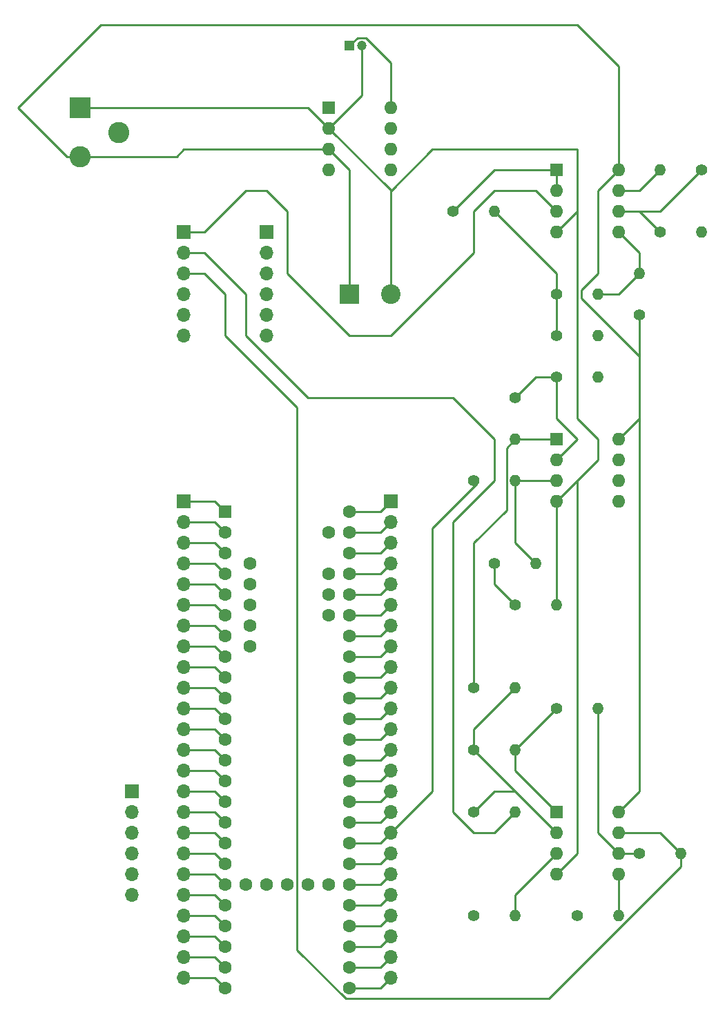
<source format=gbr>
%TF.GenerationSoftware,KiCad,Pcbnew,(5.1.10)-1*%
%TF.CreationDate,2021-10-06T15:46:29-04:00*%
%TF.ProjectId,dynamic clamp pcb,64796e61-6d69-4632-9063-6c616d702070,rev?*%
%TF.SameCoordinates,Original*%
%TF.FileFunction,Copper,L1,Top*%
%TF.FilePolarity,Positive*%
%FSLAX46Y46*%
G04 Gerber Fmt 4.6, Leading zero omitted, Abs format (unit mm)*
G04 Created by KiCad (PCBNEW (5.1.10)-1) date 2021-10-06 15:46:29*
%MOMM*%
%LPD*%
G01*
G04 APERTURE LIST*
%TA.AperFunction,ComponentPad*%
%ADD10R,2.600000X2.600000*%
%TD*%
%TA.AperFunction,ComponentPad*%
%ADD11C,2.600000*%
%TD*%
%TA.AperFunction,ComponentPad*%
%ADD12R,2.400000X2.400000*%
%TD*%
%TA.AperFunction,ComponentPad*%
%ADD13C,2.400000*%
%TD*%
%TA.AperFunction,ComponentPad*%
%ADD14R,1.200000X1.200000*%
%TD*%
%TA.AperFunction,ComponentPad*%
%ADD15C,1.200000*%
%TD*%
%TA.AperFunction,ComponentPad*%
%ADD16R,1.700000X1.700000*%
%TD*%
%TA.AperFunction,ComponentPad*%
%ADD17O,1.700000X1.700000*%
%TD*%
%TA.AperFunction,ComponentPad*%
%ADD18O,1.400000X1.400000*%
%TD*%
%TA.AperFunction,ComponentPad*%
%ADD19C,1.400000*%
%TD*%
%TA.AperFunction,ComponentPad*%
%ADD20R,1.600000X1.600000*%
%TD*%
%TA.AperFunction,ComponentPad*%
%ADD21O,1.600000X1.600000*%
%TD*%
%TA.AperFunction,ComponentPad*%
%ADD22C,1.600000*%
%TD*%
%TA.AperFunction,Conductor*%
%ADD23C,0.250000*%
%TD*%
G04 APERTURE END LIST*
D10*
%TO.P,J2,1*%
%TO.N,-9V*%
X48260000Y-35560000D03*
D11*
%TO.P,J2,2*%
%TO.N,+9V*%
X48260000Y-41560000D03*
%TO.P,J2,3*%
%TO.N,N/C*%
X52960000Y-38560000D03*
%TD*%
D12*
%TO.P,C1,1*%
%TO.N,+9V*%
X81280000Y-58420000D03*
D13*
%TO.P,C1,2*%
%TO.N,-9V*%
X86280000Y-58420000D03*
%TD*%
D14*
%TO.P,C2,1*%
%TO.N,Net-(C2-Pad1)*%
X81280000Y-27940000D03*
D15*
%TO.P,C2,2*%
%TO.N,-9V*%
X82780000Y-27940000D03*
%TD*%
D16*
%TO.P,J1,1*%
%TO.N,0*%
X54610000Y-119380000D03*
D17*
%TO.P,J1,2*%
X54610000Y-121920000D03*
%TO.P,J1,3*%
X54610000Y-124460000D03*
%TO.P,J1,4*%
X54610000Y-127000000D03*
%TO.P,J1,5*%
X54610000Y-129540000D03*
%TO.P,J1,6*%
X54610000Y-132080000D03*
%TD*%
D16*
%TO.P,J4,1*%
%TO.N,Net-(J4-Pad1)*%
X60960000Y-50800000D03*
D17*
%TO.P,J4,2*%
%TO.N,Net-(J4-Pad2)*%
X60960000Y-53340000D03*
%TO.P,J4,3*%
%TO.N,Net-(J4-Pad3)*%
X60960000Y-55880000D03*
%TO.P,J4,4*%
%TO.N,Net-(J4-Pad4)*%
X60960000Y-58420000D03*
%TO.P,J4,5*%
%TO.N,N/C*%
X60960000Y-60960000D03*
%TO.P,J4,6*%
X60960000Y-63500000D03*
%TD*%
%TO.P,J6,24*%
%TO.N,Net-(J6-Pad24)*%
X60960000Y-142240000D03*
%TO.P,J6,23*%
%TO.N,Net-(J6-Pad23)*%
X60960000Y-139700000D03*
%TO.P,J6,22*%
%TO.N,Net-(J6-Pad22)*%
X60960000Y-137160000D03*
%TO.P,J6,21*%
%TO.N,Net-(J6-Pad21)*%
X60960000Y-134620000D03*
%TO.P,J6,20*%
%TO.N,Net-(J6-Pad20)*%
X60960000Y-132080000D03*
%TO.P,J6,19*%
%TO.N,Net-(J6-Pad19)*%
X60960000Y-129540000D03*
%TO.P,J6,18*%
%TO.N,Net-(J6-Pad18)*%
X60960000Y-127000000D03*
%TO.P,J6,17*%
%TO.N,Net-(J6-Pad17)*%
X60960000Y-124460000D03*
%TO.P,J6,16*%
%TO.N,Net-(J6-Pad16)*%
X60960000Y-121920000D03*
%TO.P,J6,15*%
%TO.N,Net-(J6-Pad15)*%
X60960000Y-119380000D03*
%TO.P,J6,14*%
%TO.N,Net-(J6-Pad14)*%
X60960000Y-116840000D03*
%TO.P,J6,13*%
%TO.N,Net-(J6-Pad13)*%
X60960000Y-114300000D03*
%TO.P,J6,12*%
%TO.N,Net-(J6-Pad12)*%
X60960000Y-111760000D03*
%TO.P,J6,11*%
%TO.N,Net-(J6-Pad11)*%
X60960000Y-109220000D03*
%TO.P,J6,10*%
%TO.N,Net-(J6-Pad10)*%
X60960000Y-106680000D03*
%TO.P,J6,9*%
%TO.N,Net-(J6-Pad9)*%
X60960000Y-104140000D03*
%TO.P,J6,8*%
%TO.N,Net-(J6-Pad8)*%
X60960000Y-101600000D03*
%TO.P,J6,7*%
%TO.N,Net-(J6-Pad7)*%
X60960000Y-99060000D03*
%TO.P,J6,6*%
%TO.N,Net-(J6-Pad6)*%
X60960000Y-96520000D03*
%TO.P,J6,5*%
%TO.N,Net-(J6-Pad5)*%
X60960000Y-93980000D03*
%TO.P,J6,4*%
%TO.N,Net-(J6-Pad4)*%
X60960000Y-91440000D03*
%TO.P,J6,3*%
%TO.N,Net-(J6-Pad3)*%
X60960000Y-88900000D03*
%TO.P,J6,2*%
%TO.N,Net-(J6-Pad2)*%
X60960000Y-86360000D03*
D16*
%TO.P,J6,1*%
%TO.N,0*%
X60960000Y-83820000D03*
%TD*%
%TO.P,J7,1*%
%TO.N,Net-(J7-Pad1)*%
X86360000Y-83820000D03*
D17*
%TO.P,J7,2*%
%TO.N,0*%
X86360000Y-86360000D03*
%TO.P,J7,3*%
%TO.N,Net-(J7-Pad3)*%
X86360000Y-88900000D03*
%TO.P,J7,4*%
%TO.N,Net-(J7-Pad4)*%
X86360000Y-91440000D03*
%TO.P,J7,5*%
%TO.N,Net-(J7-Pad5)*%
X86360000Y-93980000D03*
%TO.P,J7,6*%
%TO.N,Net-(J7-Pad6)*%
X86360000Y-96520000D03*
%TO.P,J7,7*%
%TO.N,Net-(J7-Pad7)*%
X86360000Y-99060000D03*
%TO.P,J7,8*%
%TO.N,Net-(J7-Pad8)*%
X86360000Y-101600000D03*
%TO.P,J7,9*%
%TO.N,Net-(J7-Pad9)*%
X86360000Y-104140000D03*
%TO.P,J7,10*%
%TO.N,Net-(J7-Pad10)*%
X86360000Y-106680000D03*
%TO.P,J7,11*%
%TO.N,Net-(J4-Pad4)*%
X86360000Y-109220000D03*
%TO.P,J7,12*%
%TO.N,Net-(J7-Pad12)*%
X86360000Y-111760000D03*
%TO.P,J7,13*%
%TO.N,Net-(J7-Pad13)*%
X86360000Y-114300000D03*
%TO.P,J7,14*%
%TO.N,Net-(J7-Pad14)*%
X86360000Y-116840000D03*
%TO.P,J7,15*%
%TO.N,Net-(J7-Pad15)*%
X86360000Y-119380000D03*
%TO.P,J7,16*%
%TO.N,Net-(J7-Pad16)*%
X86360000Y-121920000D03*
%TO.P,J7,17*%
%TO.N,Net-(J7-Pad17)*%
X86360000Y-124460000D03*
%TO.P,J7,18*%
%TO.N,Net-(J7-Pad18)*%
X86360000Y-127000000D03*
%TO.P,J7,19*%
%TO.N,Net-(J7-Pad19)*%
X86360000Y-129540000D03*
%TO.P,J7,20*%
%TO.N,Net-(J7-Pad20)*%
X86360000Y-132080000D03*
%TO.P,J7,21*%
%TO.N,Net-(J7-Pad21)*%
X86360000Y-134620000D03*
%TO.P,J7,22*%
%TO.N,Net-(J7-Pad22)*%
X86360000Y-137160000D03*
%TO.P,J7,23*%
%TO.N,Net-(J7-Pad23)*%
X86360000Y-139700000D03*
%TO.P,J7,24*%
%TO.N,Net-(J7-Pad24)*%
X86360000Y-142240000D03*
%TD*%
%TO.P,J5_GND1,6*%
%TO.N,0*%
X71120000Y-63500000D03*
%TO.P,J5_GND1,5*%
X71120000Y-60960000D03*
%TO.P,J5_GND1,4*%
X71120000Y-58420000D03*
%TO.P,J5_GND1,3*%
X71120000Y-55880000D03*
%TO.P,J5_GND1,2*%
X71120000Y-53340000D03*
D16*
%TO.P,J5_GND1,1*%
X71120000Y-50800000D03*
%TD*%
D18*
%TO.P,R1,2*%
%TO.N,Net-(R1-Pad2)*%
X99060000Y-48260000D03*
D19*
%TO.P,R1,1*%
%TO.N,Net-(R1-Pad1)*%
X93980000Y-48260000D03*
%TD*%
D18*
%TO.P,R2,2*%
%TO.N,0*%
X111760000Y-63500000D03*
D19*
%TO.P,R2,1*%
%TO.N,Net-(R1-Pad2)*%
X106680000Y-63500000D03*
%TD*%
%TO.P,R3,1*%
%TO.N,Net-(R1-Pad2)*%
X106680000Y-58420000D03*
D18*
%TO.P,R3,2*%
%TO.N,Net-(R3-Pad2)*%
X111760000Y-58420000D03*
%TD*%
D19*
%TO.P,R4,1*%
%TO.N,+9V*%
X116840000Y-60960000D03*
D18*
%TO.P,R4,2*%
%TO.N,Net-(R3-Pad2)*%
X116840000Y-55880000D03*
%TD*%
%TO.P,R5,2*%
%TO.N,0*%
X124460000Y-50800000D03*
D19*
%TO.P,R5,1*%
%TO.N,Net-(R5-Pad1)*%
X119380000Y-50800000D03*
%TD*%
%TO.P,R6,1*%
%TO.N,Net-(R5-Pad1)*%
X124460000Y-43180000D03*
D18*
%TO.P,R6,2*%
%TO.N,Net-(J7-Pad13)*%
X119380000Y-43180000D03*
%TD*%
D19*
%TO.P,R7,1*%
%TO.N,Net-(J7-Pad17)*%
X96520000Y-81280000D03*
D18*
%TO.P,R7,2*%
%TO.N,Net-(R7-Pad2)*%
X101600000Y-81280000D03*
%TD*%
%TO.P,R8,2*%
%TO.N,Net-(R7-Pad2)*%
X104140000Y-91440000D03*
D19*
%TO.P,R8,1*%
%TO.N,Net-(R18-Pad1)*%
X99060000Y-91440000D03*
%TD*%
%TO.P,R9,1*%
%TO.N,Net-(R10-Pad1)*%
X106680000Y-68580000D03*
D18*
%TO.P,R9,2*%
%TO.N,0*%
X111760000Y-68580000D03*
%TD*%
%TO.P,R10,2*%
%TO.N,Net-(R10-Pad2)*%
X101600000Y-76200000D03*
D19*
%TO.P,R10,1*%
%TO.N,Net-(R10-Pad1)*%
X101600000Y-71120000D03*
%TD*%
%TO.P,R11,1*%
%TO.N,Net-(R10-Pad2)*%
X96520000Y-106680000D03*
D18*
%TO.P,R11,2*%
%TO.N,Net-(R11-Pad2)*%
X101600000Y-106680000D03*
%TD*%
%TO.P,R12,2*%
%TO.N,Net-(J4-Pad2)*%
X101600000Y-121920000D03*
D19*
%TO.P,R12,1*%
%TO.N,Net-(R11-Pad2)*%
X96520000Y-121920000D03*
%TD*%
%TO.P,R13,1*%
%TO.N,Net-(R11-Pad2)*%
X96520000Y-114300000D03*
D18*
%TO.P,R13,2*%
%TO.N,Net-(R13-Pad2)*%
X101600000Y-114300000D03*
%TD*%
%TO.P,R14,2*%
%TO.N,Net-(R14-Pad2)*%
X101600000Y-134620000D03*
D19*
%TO.P,R14,1*%
%TO.N,0*%
X96520000Y-134620000D03*
%TD*%
%TO.P,R15,1*%
%TO.N,Net-(R13-Pad2)*%
X106680000Y-109220000D03*
D18*
%TO.P,R15,2*%
%TO.N,Net-(R15-Pad2)*%
X111760000Y-109220000D03*
%TD*%
D19*
%TO.P,R16,1*%
%TO.N,Net-(R15-Pad2)*%
X116840000Y-127000000D03*
D18*
%TO.P,R16,2*%
%TO.N,Net-(J4-Pad3)*%
X121920000Y-127000000D03*
%TD*%
%TO.P,R17,2*%
%TO.N,Net-(R17-Pad2)*%
X114300000Y-134620000D03*
D19*
%TO.P,R17,1*%
%TO.N,0*%
X109220000Y-134620000D03*
%TD*%
D18*
%TO.P,R18,2*%
%TO.N,-9V*%
X106680000Y-96520000D03*
D19*
%TO.P,R18,1*%
%TO.N,Net-(R18-Pad1)*%
X101600000Y-96520000D03*
%TD*%
D20*
%TO.P,U1,1*%
%TO.N,Net-(R1-Pad1)*%
X106680000Y-43180000D03*
D21*
%TO.P,U1,5*%
%TO.N,Net-(R3-Pad2)*%
X114300000Y-50800000D03*
%TO.P,U1,2*%
%TO.N,Net-(R1-Pad1)*%
X106680000Y-45720000D03*
%TO.P,U1,6*%
%TO.N,Net-(R5-Pad1)*%
X114300000Y-48260000D03*
%TO.P,U1,3*%
%TO.N,Net-(J4-Pad1)*%
X106680000Y-48260000D03*
%TO.P,U1,7*%
%TO.N,Net-(J7-Pad13)*%
X114300000Y-45720000D03*
%TO.P,U1,4*%
%TO.N,-9V*%
X106680000Y-50800000D03*
%TO.P,U1,8*%
%TO.N,+9V*%
X114300000Y-43180000D03*
%TD*%
D20*
%TO.P,U2,1*%
%TO.N,Net-(R10-Pad2)*%
X106680000Y-76200000D03*
D21*
%TO.P,U2,5*%
%TO.N,N/C*%
X114300000Y-83820000D03*
%TO.P,U2,2*%
%TO.N,Net-(R10-Pad1)*%
X106680000Y-78740000D03*
%TO.P,U2,6*%
%TO.N,N/C*%
X114300000Y-81280000D03*
%TO.P,U2,3*%
%TO.N,Net-(R7-Pad2)*%
X106680000Y-81280000D03*
%TO.P,U2,7*%
%TO.N,N/C*%
X114300000Y-78740000D03*
%TO.P,U2,4*%
%TO.N,-9V*%
X106680000Y-83820000D03*
%TO.P,U2,8*%
%TO.N,+9V*%
X114300000Y-76200000D03*
%TD*%
%TO.P,U3,8*%
%TO.N,+9V*%
X114300000Y-121920000D03*
%TO.P,U3,4*%
%TO.N,-9V*%
X106680000Y-129540000D03*
%TO.P,U3,7*%
%TO.N,Net-(J4-Pad3)*%
X114300000Y-124460000D03*
%TO.P,U3,3*%
%TO.N,Net-(R14-Pad2)*%
X106680000Y-127000000D03*
%TO.P,U3,6*%
%TO.N,Net-(R15-Pad2)*%
X114300000Y-127000000D03*
%TO.P,U3,2*%
%TO.N,Net-(R11-Pad2)*%
X106680000Y-124460000D03*
%TO.P,U3,5*%
%TO.N,Net-(R17-Pad2)*%
X114300000Y-129540000D03*
D20*
%TO.P,U3,1*%
%TO.N,Net-(R13-Pad2)*%
X106680000Y-121920000D03*
%TD*%
D21*
%TO.P,U4,8*%
%TO.N,Net-(C2-Pad1)*%
X86360000Y-35560000D03*
%TO.P,U4,4*%
%TO.N,N/C*%
X78740000Y-43180000D03*
%TO.P,U4,7*%
X86360000Y-38100000D03*
%TO.P,U4,3*%
%TO.N,+9V*%
X78740000Y-40640000D03*
%TO.P,U4,6*%
%TO.N,N/C*%
X86360000Y-40640000D03*
%TO.P,U4,2*%
%TO.N,-9V*%
X78740000Y-38100000D03*
%TO.P,U4,5*%
%TO.N,N/C*%
X86360000Y-43180000D03*
D20*
%TO.P,U4,1*%
%TO.N,0*%
X78740000Y-35560000D03*
%TD*%
D22*
%TO.P,U5,17*%
%TO.N,Net-(J6-Pad17)*%
X66040000Y-125730000D03*
%TO.P,U5,18*%
%TO.N,Net-(J6-Pad18)*%
X66040000Y-128270000D03*
%TO.P,U5,19*%
%TO.N,Net-(J6-Pad19)*%
X66040000Y-130810000D03*
%TO.P,U5,20*%
%TO.N,Net-(J6-Pad20)*%
X66040000Y-133350000D03*
%TO.P,U5,16*%
%TO.N,Net-(J6-Pad16)*%
X66040000Y-123190000D03*
%TO.P,U5,15*%
%TO.N,Net-(J6-Pad15)*%
X66040000Y-120650000D03*
%TO.P,U5,14*%
%TO.N,Net-(J6-Pad14)*%
X66040000Y-118110000D03*
%TO.P,U5,21*%
%TO.N,Net-(J6-Pad21)*%
X66040000Y-135890000D03*
%TO.P,U5,22*%
%TO.N,Net-(J6-Pad22)*%
X66040000Y-138430000D03*
%TO.P,U5,23*%
%TO.N,Net-(J6-Pad23)*%
X66040000Y-140970000D03*
%TO.P,U5,24*%
%TO.N,Net-(J6-Pad24)*%
X66040000Y-143510000D03*
%TO.P,U5,25*%
%TO.N,N/C*%
X68580000Y-130810000D03*
%TO.P,U5,26*%
X71120000Y-130810000D03*
%TO.P,U5,27*%
X73660000Y-130810000D03*
%TO.P,U5,28*%
X76200000Y-130810000D03*
%TO.P,U5,29*%
X78740000Y-130810000D03*
%TO.P,U5,30*%
%TO.N,Net-(J7-Pad24)*%
X81280000Y-143510000D03*
%TO.P,U5,31*%
%TO.N,Net-(J7-Pad23)*%
X81280000Y-140970000D03*
%TO.P,U5,32*%
%TO.N,Net-(J7-Pad22)*%
X81280000Y-138430000D03*
%TO.P,U5,33*%
%TO.N,Net-(J7-Pad21)*%
X81280000Y-135890000D03*
%TO.P,U5,34*%
%TO.N,Net-(J7-Pad20)*%
X81280000Y-133350000D03*
%TO.P,U5,35*%
%TO.N,Net-(J7-Pad19)*%
X81280000Y-130810000D03*
%TO.P,U5,36*%
%TO.N,Net-(J7-Pad18)*%
X81280000Y-128270000D03*
%TO.P,U5,37*%
%TO.N,Net-(J7-Pad17)*%
X81280000Y-125730000D03*
%TO.P,U5,13*%
%TO.N,Net-(J6-Pad13)*%
X66040000Y-115570000D03*
%TO.P,U5,12*%
%TO.N,Net-(J6-Pad12)*%
X66040000Y-113030000D03*
%TO.P,U5,11*%
%TO.N,Net-(J6-Pad11)*%
X66040000Y-110490000D03*
%TO.P,U5,10*%
%TO.N,Net-(J6-Pad10)*%
X66040000Y-107950000D03*
%TO.P,U5,9*%
%TO.N,Net-(J6-Pad9)*%
X66040000Y-105410000D03*
%TO.P,U5,8*%
%TO.N,Net-(J6-Pad8)*%
X66040000Y-102870000D03*
%TO.P,U5,7*%
%TO.N,Net-(J6-Pad7)*%
X66040000Y-100330000D03*
%TO.P,U5,6*%
%TO.N,Net-(J6-Pad6)*%
X66040000Y-97790000D03*
%TO.P,U5,5*%
%TO.N,Net-(J6-Pad5)*%
X66040000Y-95250000D03*
%TO.P,U5,4*%
%TO.N,Net-(J6-Pad4)*%
X66040000Y-92710000D03*
%TO.P,U5,3*%
%TO.N,Net-(J6-Pad3)*%
X66040000Y-90170000D03*
%TO.P,U5,2*%
%TO.N,Net-(J6-Pad2)*%
X66040000Y-87630000D03*
D20*
%TO.P,U5,1*%
%TO.N,0*%
X66040000Y-85090000D03*
D22*
%TO.P,U5,38*%
%TO.N,Net-(J7-Pad16)*%
X81280000Y-123190000D03*
%TO.P,U5,39*%
%TO.N,Net-(J7-Pad15)*%
X81280000Y-120650000D03*
%TO.P,U5,40*%
%TO.N,Net-(J7-Pad14)*%
X81280000Y-118110000D03*
%TO.P,U5,41*%
%TO.N,Net-(J7-Pad13)*%
X81280000Y-115570000D03*
%TO.P,U5,42*%
%TO.N,Net-(J7-Pad12)*%
X81280000Y-113030000D03*
%TO.P,U5,43*%
%TO.N,Net-(J4-Pad4)*%
X81280000Y-110490000D03*
%TO.P,U5,44*%
%TO.N,Net-(J7-Pad10)*%
X81280000Y-107950000D03*
%TO.P,U5,45*%
%TO.N,Net-(J7-Pad9)*%
X81280000Y-105410000D03*
%TO.P,U5,46*%
%TO.N,Net-(J7-Pad8)*%
X81280000Y-102870000D03*
%TO.P,U5,47*%
%TO.N,Net-(J7-Pad7)*%
X81280000Y-100330000D03*
%TO.P,U5,48*%
%TO.N,Net-(J7-Pad6)*%
X81280000Y-97790000D03*
%TO.P,U5,49*%
%TO.N,Net-(J7-Pad5)*%
X81280000Y-95250000D03*
%TO.P,U5,50*%
%TO.N,Net-(J7-Pad4)*%
X81280000Y-92710000D03*
%TO.P,U5,51*%
%TO.N,Net-(J7-Pad3)*%
X81280000Y-90170000D03*
%TO.P,U5,52*%
%TO.N,0*%
X81280000Y-87630000D03*
%TO.P,U5,53*%
%TO.N,Net-(J7-Pad1)*%
X81280000Y-85090000D03*
%TO.P,U5,54*%
%TO.N,N/C*%
X78740000Y-87630000D03*
%TO.P,U5,55*%
X78740000Y-92710000D03*
%TO.P,U5,56*%
X78740000Y-95250000D03*
%TO.P,U5,57*%
X78740000Y-97790000D03*
%TO.P,U5,58*%
X69040000Y-91440000D03*
%TO.P,U5,59*%
X69040000Y-93980000D03*
%TO.P,U5,60*%
X69040000Y-96520000D03*
%TO.P,U5,61*%
X69040000Y-99060000D03*
%TO.P,U5,62*%
X69040000Y-101600000D03*
%TD*%
D23*
%TO.N,+9V*%
X81280000Y-43180000D02*
X81280000Y-58420000D01*
X78740000Y-40640000D02*
X81280000Y-43180000D01*
X114300000Y-43180000D02*
X111760000Y-45720000D01*
X111760000Y-45720000D02*
X111760000Y-53340000D01*
X116840000Y-73660000D02*
X114300000Y-76200000D01*
X116840000Y-66040000D02*
X116840000Y-73660000D01*
X109720010Y-58920010D02*
X116840000Y-66040000D01*
X109720010Y-57919990D02*
X109720010Y-58920010D01*
X111760000Y-55880000D02*
X109720010Y-57919990D01*
X111760000Y-53340000D02*
X111760000Y-55880000D01*
X116840000Y-119380000D02*
X114300000Y-121920000D01*
X116840000Y-73660000D02*
X116840000Y-119380000D01*
X116840000Y-60960000D02*
X116840000Y-66040000D01*
X46640000Y-41560000D02*
X48260000Y-41560000D01*
X40640000Y-35560000D02*
X46640000Y-41560000D01*
X50800000Y-25400000D02*
X40640000Y-35560000D01*
X109220000Y-25400000D02*
X50800000Y-25400000D01*
X114300000Y-30480000D02*
X109220000Y-25400000D01*
X114300000Y-43180000D02*
X114300000Y-30480000D01*
X78740000Y-40640000D02*
X60960000Y-40640000D01*
X60040000Y-41560000D02*
X48260000Y-41560000D01*
X60960000Y-40640000D02*
X60040000Y-41560000D01*
%TO.N,-9V*%
X76200000Y-35560000D02*
X78740000Y-38100000D01*
X53340000Y-35560000D02*
X76200000Y-35560000D01*
X82780000Y-34060000D02*
X82780000Y-27940000D01*
X78740000Y-38100000D02*
X82780000Y-34060000D01*
X86280000Y-45640000D02*
X86280000Y-58420000D01*
X78740000Y-38100000D02*
X86280000Y-45640000D01*
X86280000Y-58420000D02*
X86280000Y-45800000D01*
X86280000Y-45800000D02*
X91440000Y-40640000D01*
X91440000Y-40640000D02*
X109220000Y-40640000D01*
X109220000Y-48260000D02*
X106680000Y-50800000D01*
X109220000Y-40640000D02*
X109220000Y-48260000D01*
X109220000Y-81280000D02*
X106680000Y-83820000D01*
X109220000Y-127000000D02*
X106680000Y-129540000D01*
X109220000Y-81280000D02*
X109220000Y-127000000D01*
X111760000Y-78740000D02*
X109220000Y-81280000D01*
X111760000Y-76200000D02*
X111760000Y-78740000D01*
X109220000Y-73660000D02*
X111760000Y-76200000D01*
X109220000Y-48260000D02*
X109220000Y-73660000D01*
X106680000Y-96520000D02*
X106680000Y-83820000D01*
X48260000Y-35560000D02*
X53340000Y-35560000D01*
%TO.N,Net-(C2-Pad1)*%
X86360000Y-30076998D02*
X86360000Y-35560000D01*
X83248001Y-26964999D02*
X86360000Y-30076998D01*
X82255001Y-26964999D02*
X83248001Y-26964999D01*
X81280000Y-27940000D02*
X82255001Y-26964999D01*
%TO.N,0*%
X64770000Y-83820000D02*
X66040000Y-85090000D01*
X60960000Y-83820000D02*
X64770000Y-83820000D01*
X85090000Y-87630000D02*
X86360000Y-86360000D01*
X81280000Y-87630000D02*
X85090000Y-87630000D01*
%TO.N,Net-(J7-Pad13)*%
X116840000Y-45720000D02*
X119380000Y-43180000D01*
X114300000Y-45720000D02*
X116840000Y-45720000D01*
%TO.N,Net-(J4-Pad1)*%
X81280000Y-63500000D02*
X86360000Y-63500000D01*
X86360000Y-63500000D02*
X96520000Y-53340000D01*
X96520000Y-53340000D02*
X96520000Y-48260000D01*
X96520000Y-48260000D02*
X99060000Y-45720000D01*
X99060000Y-45720000D02*
X104140000Y-45720000D01*
X104140000Y-45720000D02*
X106680000Y-48260000D01*
X81280000Y-63500000D02*
X73660000Y-55880000D01*
X73660000Y-55880000D02*
X73660000Y-48260000D01*
X73660000Y-48260000D02*
X71120000Y-45720000D01*
X68580000Y-45720000D02*
X63500000Y-50800000D01*
X71120000Y-45720000D02*
X68580000Y-45720000D01*
X63500000Y-50800000D02*
X60960000Y-50800000D01*
%TO.N,Net-(J4-Pad2)*%
X93980000Y-121920000D02*
X96520000Y-124460000D01*
X93980000Y-91440000D02*
X93980000Y-121920000D01*
X99060000Y-124460000D02*
X101600000Y-121920000D01*
X96520000Y-124460000D02*
X99060000Y-124460000D01*
X93980000Y-71120000D02*
X99060000Y-76200000D01*
X99060000Y-76200000D02*
X99060000Y-81280000D01*
X99060000Y-81280000D02*
X93980000Y-86360000D01*
X93980000Y-86360000D02*
X93980000Y-91440000D01*
X68580000Y-63500000D02*
X76200000Y-71120000D01*
X68580000Y-58420000D02*
X68580000Y-63500000D01*
X63500000Y-53340000D02*
X68580000Y-58420000D01*
X60960000Y-53340000D02*
X63500000Y-53340000D01*
X76200000Y-71120000D02*
X93980000Y-71120000D01*
%TO.N,Net-(J4-Pad3)*%
X114300000Y-124460000D02*
X119380000Y-124460000D01*
X119380000Y-124460000D02*
X121920000Y-127000000D01*
X66040000Y-58420000D02*
X66040000Y-63500000D01*
X63500000Y-55880000D02*
X66040000Y-58420000D01*
X60960000Y-55880000D02*
X63500000Y-55880000D01*
X74835001Y-138804003D02*
X74835001Y-72295001D01*
X80810998Y-144780000D02*
X74835001Y-138804003D01*
X105731002Y-144780000D02*
X80810998Y-144780000D01*
X74835001Y-72295001D02*
X73660000Y-71120000D01*
X121920000Y-128591002D02*
X105731002Y-144780000D01*
X121920000Y-127000000D02*
X121920000Y-128591002D01*
X66040000Y-63500000D02*
X73660000Y-71120000D01*
%TO.N,Net-(R1-Pad2)*%
X99060000Y-48260000D02*
X106680000Y-55880000D01*
X106680000Y-55880000D02*
X106680000Y-63500000D01*
%TO.N,Net-(R1-Pad1)*%
X106680000Y-43180000D02*
X106680000Y-45720000D01*
X99060000Y-43180000D02*
X106680000Y-43180000D01*
X93980000Y-48260000D02*
X96520000Y-45720000D01*
X99060000Y-43180000D02*
X96520000Y-45720000D01*
%TO.N,Net-(R3-Pad2)*%
X114300000Y-50800000D02*
X116840000Y-53340000D01*
X116840000Y-53340000D02*
X116840000Y-55880000D01*
X111760000Y-58420000D02*
X114300000Y-58420000D01*
X114300000Y-58420000D02*
X116840000Y-55880000D01*
%TO.N,Net-(R5-Pad1)*%
X114300000Y-48260000D02*
X116840000Y-48260000D01*
X116840000Y-48260000D02*
X119380000Y-50800000D01*
X124460000Y-43180000D02*
X119380000Y-48260000D01*
X119380000Y-48260000D02*
X116840000Y-48260000D01*
%TO.N,Net-(R7-Pad2)*%
X101600000Y-81280000D02*
X106680000Y-81280000D01*
X101600000Y-88900000D02*
X104140000Y-91440000D01*
X101600000Y-81280000D02*
X101600000Y-88900000D01*
%TO.N,Net-(R18-Pad1)*%
X99060000Y-91440000D02*
X99060000Y-93980000D01*
X99060000Y-93980000D02*
X101600000Y-96520000D01*
%TO.N,Net-(R10-Pad1)*%
X106680000Y-78740000D02*
X109220000Y-76200000D01*
X109220000Y-76200000D02*
X106680000Y-73660000D01*
X106680000Y-73660000D02*
X106680000Y-68580000D01*
X106680000Y-68580000D02*
X104140000Y-68580000D01*
X104140000Y-68580000D02*
X101600000Y-71120000D01*
%TO.N,Net-(R10-Pad2)*%
X106680000Y-76200000D02*
X101600000Y-76200000D01*
X100524999Y-77275001D02*
X100524999Y-84895001D01*
X101600000Y-76200000D02*
X100524999Y-77275001D01*
X96520000Y-88900000D02*
X96520000Y-106680000D01*
X100524999Y-84895001D02*
X96520000Y-88900000D01*
%TO.N,Net-(R11-Pad2)*%
X96520000Y-121920000D02*
X99060000Y-119380000D01*
X99060000Y-119380000D02*
X101600000Y-119380000D01*
X101600000Y-119380000D02*
X106680000Y-124460000D01*
X101600000Y-119380000D02*
X96520000Y-114300000D01*
X96520000Y-111760000D02*
X101600000Y-106680000D01*
X96520000Y-114300000D02*
X96520000Y-111760000D01*
%TO.N,Net-(R13-Pad2)*%
X101600000Y-116840000D02*
X106680000Y-121920000D01*
X101600000Y-114300000D02*
X101600000Y-116840000D01*
X101600000Y-114300000D02*
X106680000Y-109220000D01*
%TO.N,Net-(R14-Pad2)*%
X101600000Y-132080000D02*
X101600000Y-134620000D01*
X106680000Y-127000000D02*
X101600000Y-132080000D01*
%TO.N,Net-(R15-Pad2)*%
X111760000Y-124460000D02*
X114300000Y-127000000D01*
X111760000Y-109220000D02*
X111760000Y-124460000D01*
X116840000Y-127000000D02*
X114300000Y-127000000D01*
%TO.N,Net-(R17-Pad2)*%
X114300000Y-129540000D02*
X114300000Y-134620000D01*
%TO.N,Net-(J4-Pad4)*%
X85090000Y-110490000D02*
X86360000Y-109220000D01*
X81280000Y-110490000D02*
X85090000Y-110490000D01*
%TO.N,Net-(J6-Pad24)*%
X64770000Y-142240000D02*
X66040000Y-143510000D01*
X60960000Y-142240000D02*
X64770000Y-142240000D01*
%TO.N,Net-(J6-Pad23)*%
X64770000Y-139700000D02*
X66040000Y-140970000D01*
X60960000Y-139700000D02*
X64770000Y-139700000D01*
%TO.N,Net-(J6-Pad22)*%
X64770000Y-137160000D02*
X66040000Y-138430000D01*
X60960000Y-137160000D02*
X64770000Y-137160000D01*
%TO.N,Net-(J6-Pad21)*%
X64770000Y-134620000D02*
X66040000Y-135890000D01*
X60960000Y-134620000D02*
X64770000Y-134620000D01*
%TO.N,Net-(J6-Pad20)*%
X64770000Y-132080000D02*
X66040000Y-133350000D01*
X60960000Y-132080000D02*
X64770000Y-132080000D01*
%TO.N,Net-(J6-Pad19)*%
X64770000Y-129540000D02*
X66040000Y-130810000D01*
X60960000Y-129540000D02*
X64770000Y-129540000D01*
%TO.N,Net-(J6-Pad18)*%
X64770000Y-127000000D02*
X66040000Y-128270000D01*
X60960000Y-127000000D02*
X64770000Y-127000000D01*
%TO.N,Net-(J6-Pad17)*%
X64770000Y-124460000D02*
X66040000Y-125730000D01*
X60960000Y-124460000D02*
X64770000Y-124460000D01*
%TO.N,Net-(J6-Pad16)*%
X64770000Y-121920000D02*
X66040000Y-123190000D01*
X60960000Y-121920000D02*
X64770000Y-121920000D01*
%TO.N,Net-(J6-Pad15)*%
X64770000Y-119380000D02*
X66040000Y-120650000D01*
X60960000Y-119380000D02*
X64770000Y-119380000D01*
%TO.N,Net-(J6-Pad14)*%
X64770000Y-116840000D02*
X66040000Y-118110000D01*
X60960000Y-116840000D02*
X64770000Y-116840000D01*
%TO.N,Net-(J6-Pad13)*%
X64770000Y-114300000D02*
X66040000Y-115570000D01*
X60960000Y-114300000D02*
X64770000Y-114300000D01*
%TO.N,Net-(J6-Pad12)*%
X64770000Y-111760000D02*
X66040000Y-113030000D01*
X60960000Y-111760000D02*
X64770000Y-111760000D01*
%TO.N,Net-(J6-Pad11)*%
X64770000Y-109220000D02*
X66040000Y-110490000D01*
X60960000Y-109220000D02*
X64770000Y-109220000D01*
%TO.N,Net-(J6-Pad10)*%
X64770000Y-106680000D02*
X66040000Y-107950000D01*
X60960000Y-106680000D02*
X64770000Y-106680000D01*
%TO.N,Net-(J6-Pad9)*%
X64770000Y-104140000D02*
X66040000Y-105410000D01*
X60960000Y-104140000D02*
X64770000Y-104140000D01*
%TO.N,Net-(J6-Pad8)*%
X64770000Y-101600000D02*
X66040000Y-102870000D01*
X60960000Y-101600000D02*
X64770000Y-101600000D01*
%TO.N,Net-(J6-Pad7)*%
X64770000Y-99060000D02*
X66040000Y-100330000D01*
X60960000Y-99060000D02*
X64770000Y-99060000D01*
%TO.N,Net-(J6-Pad6)*%
X64770000Y-96520000D02*
X66040000Y-97790000D01*
X60960000Y-96520000D02*
X64770000Y-96520000D01*
%TO.N,Net-(J6-Pad5)*%
X64770000Y-93980000D02*
X66040000Y-95250000D01*
X60960000Y-93980000D02*
X64770000Y-93980000D01*
%TO.N,Net-(J6-Pad4)*%
X64770000Y-91440000D02*
X66040000Y-92710000D01*
X60960000Y-91440000D02*
X64770000Y-91440000D01*
%TO.N,Net-(J6-Pad3)*%
X64770000Y-88900000D02*
X66040000Y-90170000D01*
X60960000Y-88900000D02*
X64770000Y-88900000D01*
%TO.N,Net-(J6-Pad2)*%
X64770000Y-86360000D02*
X66040000Y-87630000D01*
X60960000Y-86360000D02*
X64770000Y-86360000D01*
%TO.N,Net-(J7-Pad1)*%
X85090000Y-85090000D02*
X86360000Y-83820000D01*
X81280000Y-85090000D02*
X85090000Y-85090000D01*
%TO.N,Net-(J7-Pad3)*%
X85090000Y-90170000D02*
X86360000Y-88900000D01*
X81280000Y-90170000D02*
X85090000Y-90170000D01*
%TO.N,Net-(J7-Pad4)*%
X85090000Y-92710000D02*
X86360000Y-91440000D01*
X81280000Y-92710000D02*
X85090000Y-92710000D01*
%TO.N,Net-(J7-Pad5)*%
X85090000Y-95250000D02*
X86360000Y-93980000D01*
X81280000Y-95250000D02*
X85090000Y-95250000D01*
%TO.N,Net-(J7-Pad6)*%
X85090000Y-97790000D02*
X86360000Y-96520000D01*
X81280000Y-97790000D02*
X85090000Y-97790000D01*
%TO.N,Net-(J7-Pad7)*%
X85090000Y-100330000D02*
X86360000Y-99060000D01*
X81280000Y-100330000D02*
X85090000Y-100330000D01*
%TO.N,Net-(J7-Pad8)*%
X85090000Y-102870000D02*
X86360000Y-101600000D01*
X81280000Y-102870000D02*
X85090000Y-102870000D01*
%TO.N,Net-(J7-Pad9)*%
X85090000Y-105410000D02*
X86360000Y-104140000D01*
X81280000Y-105410000D02*
X85090000Y-105410000D01*
%TO.N,Net-(J7-Pad10)*%
X85090000Y-107950000D02*
X86360000Y-106680000D01*
X81280000Y-107950000D02*
X85090000Y-107950000D01*
%TO.N,Net-(J7-Pad12)*%
X85090000Y-113030000D02*
X86360000Y-111760000D01*
X81280000Y-113030000D02*
X85090000Y-113030000D01*
%TO.N,Net-(J7-Pad13)*%
X85090000Y-115570000D02*
X86360000Y-114300000D01*
X81280000Y-115570000D02*
X85090000Y-115570000D01*
%TO.N,Net-(J7-Pad14)*%
X85090000Y-118110000D02*
X86360000Y-116840000D01*
X81280000Y-118110000D02*
X85090000Y-118110000D01*
%TO.N,Net-(J7-Pad15)*%
X85090000Y-120650000D02*
X86360000Y-119380000D01*
X81280000Y-120650000D02*
X85090000Y-120650000D01*
%TO.N,Net-(J7-Pad16)*%
X85090000Y-123190000D02*
X86360000Y-121920000D01*
X81280000Y-123190000D02*
X85090000Y-123190000D01*
%TO.N,Net-(J7-Pad17)*%
X91440000Y-87067120D02*
X96873560Y-81633560D01*
X91440000Y-119380000D02*
X91440000Y-87067120D01*
X86360000Y-124460000D02*
X91440000Y-119380000D01*
X85090000Y-125730000D02*
X86360000Y-124460000D01*
X81280000Y-125730000D02*
X85090000Y-125730000D01*
%TO.N,Net-(J7-Pad18)*%
X85090000Y-128270000D02*
X86360000Y-127000000D01*
X81280000Y-128270000D02*
X85090000Y-128270000D01*
%TO.N,Net-(J7-Pad19)*%
X85090000Y-130810000D02*
X86360000Y-129540000D01*
X81280000Y-130810000D02*
X85090000Y-130810000D01*
%TO.N,Net-(J7-Pad20)*%
X85090000Y-133350000D02*
X86360000Y-132080000D01*
X81280000Y-133350000D02*
X85090000Y-133350000D01*
%TO.N,Net-(J7-Pad21)*%
X85090000Y-135890000D02*
X86360000Y-134620000D01*
X81280000Y-135890000D02*
X85090000Y-135890000D01*
%TO.N,Net-(J7-Pad22)*%
X85090000Y-138430000D02*
X86360000Y-137160000D01*
X81280000Y-138430000D02*
X85090000Y-138430000D01*
%TO.N,Net-(J7-Pad23)*%
X85090000Y-140970000D02*
X86360000Y-139700000D01*
X81280000Y-140970000D02*
X85090000Y-140970000D01*
%TO.N,Net-(J7-Pad24)*%
X85090000Y-143510000D02*
X86360000Y-142240000D01*
X81280000Y-143510000D02*
X85090000Y-143510000D01*
%TD*%
M02*

</source>
